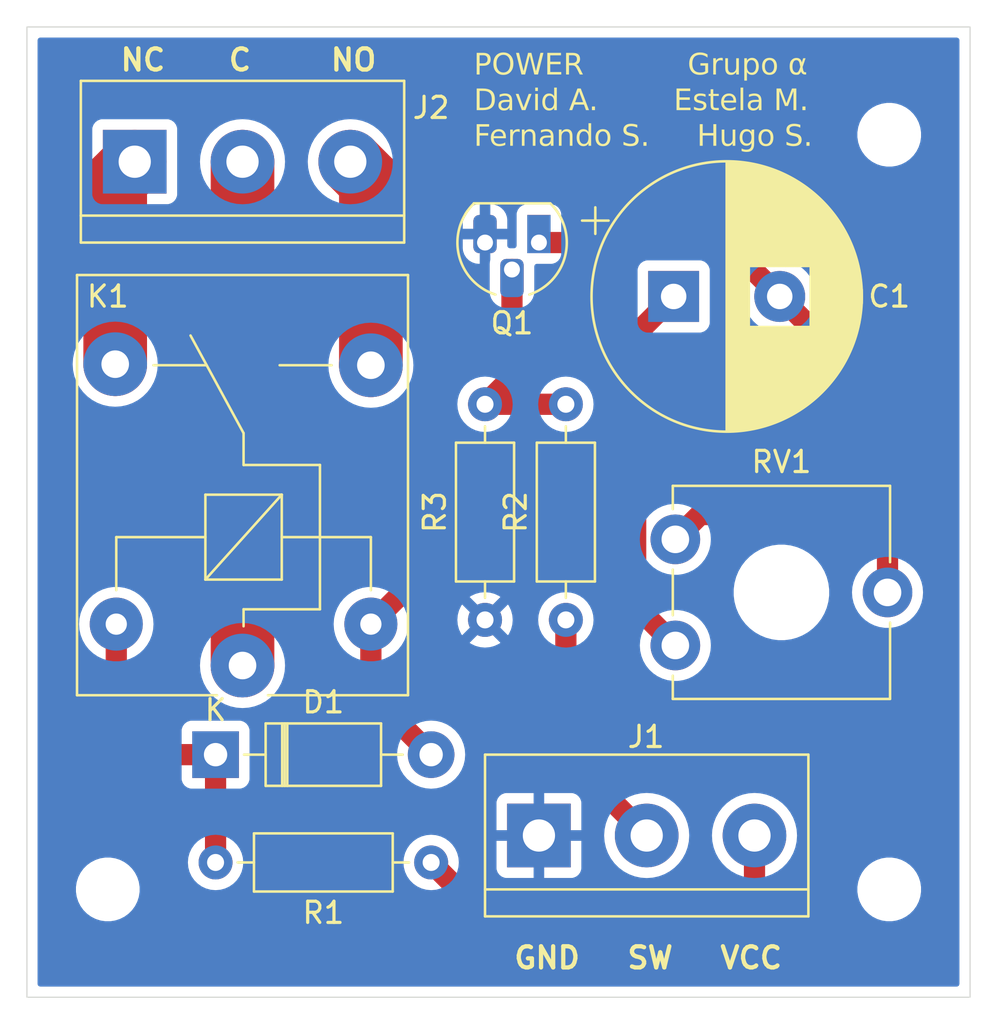
<source format=kicad_pcb>
(kicad_pcb (version 20240108) (generator "pcbnew") (generator_version "8.0")
  (layers (0 "F.Cu" signal) (31 "B.Cu" signal) (34 "B.Paste" user) (35 "F.Paste" user) (36 "B.SilkS" user "B.Silkscreen") (37 "F.SilkS" user "F.Silkscreen") (38 "B.Mask" user) (39 "F.Mask" user) (44 "Edge.Cuts" user))
  (net 0 "")
  (net 1 "Net-(Q1-C)")
  (net 2 "Net-(D1-A)")
  (net 3 "Net-(D1-K)")
  (net 4 "Net-(J2-Pin_2)")
  (net 5 "Net-(J2-Pin_3)")
  (net 6 "Net-(J2-Pin_1)")
  (net 7 "VDC")
  (net 8 "Net-(J1-Pin_2)")
  (net 9 "GND")
  (net 10 "Net-(Q1-B)")
  (footprint "Relay_THT:Relay_SPDT_SANYOU_SRD_Series_Form_C" (layer "F.Cu") (at 128.27 103.75 90)
    (property "Reference" "K1" (at 17.39 -6.35 180) (layer "F.SilkS"))
    (property "Value" "SANYOU_SRD_Form_C" (hide yes))
    (fp_line (start 18.4 -7.8) (end 18.4 7.8) (stroke (width 0.12)) (layer "F.SilkS"))
    (fp_line (start -1.4 -7.8) (end 18.4 -7.8) (stroke (width 0.12)) (layer "F.SilkS"))
    (fp_line (start -1.4 -7.8) (end -1.4 -1.2) (stroke (width 0.12)) (layer "F.SilkS"))
    (fp_line (start 6.05 -5.95) (end 3.55 -5.95) (stroke (width 0.12)) (layer "F.SilkS"))
    (fp_line (start 6.05 -5.95) (end 6.05 -1.75) (stroke (width 0.12)) (layer "F.SilkS"))
    (fp_line (start 14.15 -4.2) (end 14.15 -1.7) (stroke (width 0.12)) (layer "F.SilkS"))
    (fp_line (start 8.05 -1.75) (end 8.05 1.85) (stroke (width 0.12)) (layer "F.SilkS"))
    (fp_line (start 4.05 -1.75) (end 8.05 -1.75) (stroke (width 0.12)) (layer "F.SilkS"))
    (fp_line (start 10.95 0.05) (end 15.55 -2.45) (stroke (width 0.12)) (layer "F.SilkS"))
    (fp_line (start 9.45 0.05) (end 10.95 0.05) (stroke (width 0.12)) (layer "F.SilkS"))
    (fp_line (start 9.45 0.05) (end 9.45 3.65) (stroke (width 0.12)) (layer "F.SilkS"))
    (fp_line (start 2.65 0.05) (end 1.85 0.05) (stroke (width 0.12)) (layer "F.SilkS"))
    (fp_line (start 2.65 0.05) (end 2.65 3.65) (stroke (width 0.12)) (layer "F.SilkS"))
    (fp_line (start -1.4 1.2) (end -1.4 7.8) (stroke (width 0.12)) (layer "F.SilkS"))
    (fp_line (start 8.05 1.85) (end 4.05 -1.75) (stroke (width 0.12)) (layer "F.SilkS"))
    (fp_line (start 8.05 1.85) (end 4.05 1.85) (stroke (width 0.12)) (layer "F.SilkS"))
    (fp_line (start 6.05 1.85) (end 6.05 6.05) (stroke (width 0.12)) (layer "F.SilkS"))
    (fp_line (start 4.05 1.85) (end 4.05 -1.75) (stroke (width 0.12)) (layer "F.SilkS"))
    (fp_line (start 9.45 3.65) (end 2.65 3.65) (stroke (width 0.12)) (layer "F.SilkS"))
    (fp_line (start 14.15 4.2) (end 14.15 1.75) (stroke (width 0.12)) (layer "F.SilkS"))
    (fp_line (start 3.55 6.05) (end 6.05 6.05) (stroke (width 0.12)) (layer "F.SilkS"))
    (fp_line (start 18.4 7.8) (end -1.4 7.8) (stroke (width 0.12)) (layer "F.SilkS"))
    (pad "1" thru_hole circle (at 0 0 180) (size 3 3) (drill 1.3) (layers "*.Cu" "*.Mask") (net 4 "Net-(J2-Pin_2)"))
    (pad "2" thru_hole circle (at 1.95 6.05 180) (size 2.5 2.5) (drill 1) (layers "*.Cu" "*.Mask") (net 2 "Net-(D1-A)"))
    (pad "3" thru_hole circle (at 14.15 6.05 180) (size 3 3) (drill 1.3) (layers "*.Cu" "*.Mask") (net 5 "Net-(J2-Pin_3)"))
    (pad "4" thru_hole circle (at 14.2 -6 180) (size 3 3) (drill 1.3) (layers "*.Cu" "*.Mask") (net 6 "Net-(J2-Pin_1)"))
    (pad "5" thru_hole circle (at 1.95 -5.95 180) (size 2.5 2.5) (drill 1) (layers "*.Cu" "*.Mask") (net 3 "Net-(D1-K)"))
  )
  (footprint "Resistor_THT:R_Axial_DIN0207_L6.3mm_D2.5mm_P10.16mm_Horizontal" (layer "F.Cu") (at 139.7 101.6 90)
    (property "Reference" "R3" (at 5.08 -2.37 90) (layer "F.SilkS"))
    (property "Value" "R" (hide yes))
    (fp_line (start 8.35 -1.37) (end 1.81 -1.37) (stroke (width 0.12)) (layer "F.SilkS"))
    (fp_line (start 1.81 -1.37) (end 1.81 1.37) (stroke (width 0.12)) (layer "F.SilkS"))
    (fp_line (start 9.12 0) (end 8.35 0) (stroke (width 0.12)) (layer "F.SilkS"))
    (fp_line (start 1.04 0) (end 1.81 0) (stroke (width 0.12)) (layer "F.SilkS"))
    (fp_line (start 8.35 1.37) (end 8.35 -1.37) (stroke (width 0.12)) (layer "F.SilkS"))
    (fp_line (start 1.81 1.37) (end 8.35 1.37) (stroke (width 0.12)) (layer "F.SilkS"))
    (pad "1" thru_hole circle (at 0 0 90) (size 1.6 1.6) (drill 0.8) (layers "*.Cu" "*.Mask") (net 9 "GND"))
    (pad "2" thru_hole oval (at 10.16 0 90) (size 1.6 1.6) (drill 0.8) (layers "*.Cu" "*.Mask") (net 10 "Net-(Q1-B)"))
  )
  (footprint "Resistor_THT:R_Axial_DIN0207_L6.3mm_D2.5mm_P10.16mm_Horizontal" (layer "F.Cu") (at 143.51 101.6 90)
    (property "Reference" "R2" (at 5.08 -2.37 90) (layer "F.SilkS"))
    (property "Value" "R" (hide yes))
    (fp_line (start 8.35 -1.37) (end 1.81 -1.37) (stroke (width 0.12)) (layer "F.SilkS"))
    (fp_line (start 1.81 -1.37) (end 1.81 1.37) (stroke (width 0.12)) (layer "F.SilkS"))
    (fp_line (start 9.12 0) (end 8.35 0) (stroke (width 0.12)) (layer "F.SilkS"))
    (fp_line (start 1.04 0) (end 1.81 0) (stroke (width 0.12)) (layer "F.SilkS"))
    (fp_line (start 8.35 1.37) (end 8.35 -1.37) (stroke (width 0.12)) (layer "F.SilkS"))
    (fp_line (start 1.81 1.37) (end 8.35 1.37) (stroke (width 0.12)) (layer "F.SilkS"))
    (pad "1" thru_hole circle (at 0 0 90) (size 1.6 1.6) (drill 0.8) (layers "*.Cu" "*.Mask") (net 8 "Net-(J1-Pin_2)"))
    (pad "2" thru_hole oval (at 10.16 0 90) (size 1.6 1.6) (drill 0.8) (layers "*.Cu" "*.Mask") (net 10 "Net-(Q1-B)"))
  )
  (footprint "Capacitor_THT:CP_Radial_D12.5mm_P5.00mm" (layer "F.Cu") (at 148.59 86.36)
    (property "Reference" "C1" (at 10.16 0 0) (layer "F.SilkS"))
    (property "Value" "C" (hide yes))
    (fp_line (start -4.317082 -3.575) (end -3.067082 -3.575) (stroke (width 0.12)) (layer "F.SilkS"))
    (fp_line (start -3.692082 -4.2) (end -3.692082 -2.95) (stroke (width 0.12)) (layer "F.SilkS"))
    (fp_line (start 2.5 -6.33) (end 2.5 6.33) (stroke (width 0.12)) (layer "F.SilkS"))
    (fp_line (start 2.54 -6.33) (end 2.54 6.33) (stroke (width 0.12)) (layer "F.SilkS"))
    (fp_line (start 2.58 -6.33) (end 2.58 6.33) (stroke (width 0.12)) (layer "F.SilkS"))
    (fp_line (start 2.62 -6.329) (end 2.62 6.329) (stroke (width 0.12)) (layer "F.SilkS"))
    (fp_line (start 2.66 -6.328) (end 2.66 6.328) (stroke (width 0.12)) (layer "F.SilkS"))
    (fp_line (start 2.7 -6.327) (end 2.7 6.327) (stroke (width 0.12)) (layer "F.SilkS"))
    (fp_line (start 2.74 -6.326) (end 2.74 6.326) (stroke (width 0.12)) (layer "F.SilkS"))
    (fp_line (start 2.78 -6.324) (end 2.78 6.324) (stroke (width 0.12)) (layer "F.SilkS"))
    (fp_line (start 2.82 -6.322) (end 2.82 6.322) (stroke (width 0.12)) (layer "F.SilkS"))
    (fp_line (start 2.86 -6.32) (end 2.86 6.32) (stroke (width 0.12)) (layer "F.SilkS"))
    (fp_line (start 2.9 -6.318) (end 2.9 6.318) (stroke (width 0.12)) (layer "F.SilkS"))
    (fp_line (start 2.94 -6.315) (end 2.94 6.315) (stroke (width 0.12)) (layer "F.SilkS"))
    (fp_line (start 2.98 -6.312) (end 2.98 6.312) (stroke (width 0.12)) (layer "F.SilkS"))
    (fp_line (start 3.02 -6.309) (end 3.02 6.309) (stroke (width 0.12)) (layer "F.SilkS"))
    (fp_line (start 3.06 -6.306) (end 3.06 6.306) (stroke (width 0.12)) (layer "F.SilkS"))
    (fp_line (start 3.1 -6.302) (end 3.1 6.302) (stroke (width 0.12)) (layer "F.SilkS"))
    (fp_line (start 3.14 -6.298) (end 3.14 6.298) (stroke (width 0.12)) (layer "F.SilkS"))
    (fp_line (start 3.18 -6.294) (end 3.18 6.294) (stroke (width 0.12)) (layer "F.SilkS"))
    (fp_line (start 3.221 -6.29) (end 3.221 6.29) (stroke (width 0.12)) (layer "F.SilkS"))
    (fp_line (start 3.261 -6.285) (end 3.261 6.285) (stroke (width 0.12)) (layer "F.SilkS"))
    (fp_line (start 3.301 -6.28) (end 3.301 6.28) (stroke (width 0.12)) (layer "F.SilkS"))
    (fp_line (start 3.341 -6.275) (end 3.341 6.275) (stroke (width 0.12)) (layer "F.SilkS"))
    (fp_line (start 3.381 -6.269) (end 3.381 6.269) (stroke (width 0.12)) (layer "F.SilkS"))
    (fp_line (start 3.421 -6.264) (end 3.421 6.264) (stroke (width 0.12)) (layer "F.SilkS"))
    (fp_line (start 3.461 -6.258) (end 3.461 6.258) (stroke (width 0.12)) (layer "F.SilkS"))
    (fp_line (start 3.501 -6.252) (end 3.501 6.252) (stroke (width 0.12)) (layer "F.SilkS"))
    (fp_line (start 3.541 -6.245) (end 3.541 6.245) (stroke (width 0.12)) (layer "F.SilkS"))
    (fp_line (start 3.581 -6.238) (end 3.581 -1.44) (stroke (width 0.12)) (layer "F.SilkS"))
    (fp_line (start 3.581 1.44) (end 3.581 6.238) (stroke (width 0.12)) (layer "F.SilkS"))
    (fp_line (start 3.621 -6.231) (end 3.621 -1.44) (stroke (width 0.12)) (layer "F.SilkS"))
    (fp_line (start 3.621 1.44) (end 3.621 6.231) (stroke (width 0.12)) (layer "F.SilkS"))
    (fp_line (start 3.661 -6.224) (end 3.661 -1.44) (stroke (width 0.12)) (layer "F.SilkS"))
    (fp_line (start 3.661 1.44) (end 3.661 6.224) (stroke (width 0.12)) (layer "F.SilkS"))
    (fp_line (start 3.701 -6.216) (end 3.701 -1.44) (stroke (width 0.12)) (layer "F.SilkS"))
    (fp_line (start 3.701 1.44) (end 3.701 6.216) (stroke (width 0.12)) (layer "F.SilkS"))
    (fp_line (start 3.741 -6.209) (end 3.741 -1.44) (stroke (width 0.12)) (layer "F.SilkS"))
    (fp_line (start 3.741 1.44) (end 3.741 6.209) (stroke (width 0.12)) (layer "F.SilkS"))
    (fp_line (start 3.781 -6.201) (end 3.781 -1.44) (stroke (width 0.12)) (layer "F.SilkS"))
    (fp_line (start 3.781 1.44) (end 3.781 6.201) (stroke (width 0.12)) (layer "F.SilkS"))
    (fp_line (start 3.821 -6.192) (end 3.821 -1.44) (stroke (width 0.12)) (layer "F.SilkS"))
    (fp_line (start 3.821 1.44) (end 3.821 6.192) (stroke (width 0.12)) (layer "F.SilkS"))
    (fp_line (start 3.861 -6.184) (end 3.861 -1.44) (stroke (width 0.12)) (layer "F.SilkS"))
    (fp_line (start 3.861 1.44) (end 3.861 6.184) (stroke (width 0.12)) (layer "F.SilkS"))
    (fp_line (start 3.901 -6.175) (end 3.901 -1.44) (stroke (width 0.12)) (layer "F.SilkS"))
    (fp_line (start 3.901 1.44) (end 3.901 6.175) (stroke (width 0.12)) (layer "F.SilkS"))
    (fp_line (start 3.941 -6.166) (end 3.941 -1.44) (stroke (width 0.12)) (layer "F.SilkS"))
    (fp_line (start 3.941 1.44) (end 3.941 6.166) (stroke (width 0.12)) (layer "F.SilkS"))
    (fp_line (start 3.981 -6.156) (end 3.981 -1.44) (stroke (width 0.12)) (layer "F.SilkS"))
    (fp_line (start 3.981 1.44) (end 3.981 6.156) (stroke (width 0.12)) (layer "F.SilkS"))
    (fp_line (start 4.021 -6.146) (end 4.021 -1.44) (stroke (width 0.12)) (layer "F.SilkS"))
    (fp_line (start 4.021 1.44) (end 4.021 6.146) (stroke (width 0.12)) (layer "F.SilkS"))
    (fp_line (start 4.061 -6.137) (end 4.061 -1.44) (stroke (width 0.12)) (layer "F.SilkS"))
    (fp_line (start 4.061 1.44) (end 4.061 6.137) (stroke (width 0.12)) (layer "F.SilkS"))
    (fp_line (start 4.101 -6.126) (end 4.101 -1.44) (stroke (width 0.12)) (layer "F.SilkS"))
    (fp_line (start 4.101 1.44) (end 4.101 6.126) (stroke (width 0.12)) (layer "F.SilkS"))
    (fp_line (start 4.141 -6.116) (end 4.141 -1.44) (stroke (width 0.12)) (layer "F.SilkS"))
    (fp_line (start 4.141 1.44) (end 4.141 6.116) (stroke (width 0.12)) (layer "F.SilkS"))
    (fp_line (start 4.181 -6.105) (end 4.181 -1.44) (stroke (width 0.12)) (layer "F.SilkS"))
    (fp_line (start 4.181 1.44) (end 4.181 6.105) (stroke (width 0.12)) (layer "F.SilkS"))
    (fp_line (start 4.221 -6.094) (end 4.221 -1.44) (stroke (width 0.12)) (layer "F.SilkS"))
    (fp_line (start 4.221 1.44) (end 4.221 6.094) (stroke (width 0.12)) (layer "F.SilkS"))
    (fp_line (start 4.261 -6.083) (end 4.261 -1.44) (stroke (width 0.12)) (layer "F.SilkS"))
    (fp_line (start 4.261 1.44) (end 4.261 6.083) (stroke (width 0.12)) (layer "F.SilkS"))
    (fp_line (start 4.301 -6.071) (end 4.301 -1.44) (stroke (width 0.12)) (layer "F.SilkS"))
    (fp_line (start 4.301 1.44) (end 4.301 6.071) (stroke (width 0.12)) (layer "F.SilkS"))
    (fp_line (start 4.341 -6.059) (end 4.341 -1.44) (stroke (width 0.12)) (layer "F.SilkS"))
    (fp_line (start 4.341 1.44) (end 4.341 6.059) (stroke (width 0.12)) (layer "F.SilkS"))
    (fp_line (start 4.381 -6.047) (end 4.381 -1.44) (stroke (width 0.12)) (layer "F.SilkS"))
    (fp_line (start 4.381 1.44) (end 4.381 6.047) (stroke (width 0.12)) (layer "F.SilkS"))
    (fp_line (start 4.421 -6.034) (end 4.421 -1.44) (stroke (width 0.12)) (layer "F.SilkS"))
    (fp_line (start 4.421 1.44) (end 4.421 6.034) (stroke (width 0.12)) (layer "F.SilkS"))
    (fp_line (start 4.461 -6.021) (end 4.461 -1.44) (stroke (width 0.12)) (layer "F.SilkS"))
    (fp_line (start 4.461 1.44) (end 4.461 6.021) (stroke (width 0.12)) (layer "F.SilkS"))
    (fp_line (start 4.501 -6.008) (end 4.501 -1.44) (stroke (width 0.12)) (layer "F.SilkS"))
    (fp_line (start 4.501 1.44) (end 4.501 6.008) (stroke (width 0.12)) (layer "F.SilkS"))
    (fp_line (start 4.541 -5.995) (end 4.541 -1.44) (stroke (width 0.12)) (layer "F.SilkS"))
    (fp_line (start 4.541 1.44) (end 4.541 5.995) (stroke (width 0.12)) (layer "F.SilkS"))
    (fp_line (start 4.581 -5.981) (end 4.581 -1.44) (stroke (width 0.12)) (layer "F.SilkS"))
    (fp_line (start 4.581 1.44) (end 4.581 5.981) (stroke (width 0.12)) (layer "F.SilkS"))
    (fp_line (start 4.621 -5.967) (end 4.621 -1.44) (stroke (width 0.12)) (layer "F.SilkS"))
    (fp_line (start 4.621 1.44) (end 4.621 5.967) (stroke (width 0.12)) (layer "F.SilkS"))
    (fp_line (start 4.661 -5.953) (end 4.661 -1.44) (stroke (width 0.12)) (layer "F.SilkS"))
    (fp_line (start 4.661 1.44) (end 4.661 5.953) (stroke (width 0.12)) (layer "F.SilkS"))
    (fp_line (start 4.701 -5.939) (end 4.701 -1.44) (stroke (width 0.12)) (layer "F.SilkS"))
    (fp_line (start 4.701 1.44) (end 4.701 5.939) (stroke (width 0.12)) (layer "F.SilkS"))
    (fp_line (start 4.741 -5.924) (end 4.741 -1.44) (stroke (width 0.12)) (layer "F.SilkS"))
    (fp_line (start 4.741 1.44) (end 4.741 5.924) (stroke (width 0.12)) (layer "F.SilkS"))
    (fp_line (start 4.781 -5.908) (end 4.781 -1.44) (stroke (width 0.12)) (layer "F.SilkS"))
    (fp_line (start 4.781 1.44) (end 4.781 5.908) (stroke (width 0.12)) (layer "F.SilkS"))
    (fp_line (start 4.821 -5.893) (end 4.821 -1.44) (stroke (width 0.12)) (layer "F.SilkS"))
    (fp_line (start 4.821 1.44) (end 4.821 5.893) (stroke (width 0.12)) (layer "F.SilkS"))
    (fp_line (start 4.861 -5.877) (end 4.861 -1.44) (stroke (width 0.12)) (layer "F.SilkS"))
    (fp_line (start 4.861 1.44) (end 4.861 5.877) (stroke (width 0.12)) (layer "F.SilkS"))
    (fp_line (start 4.901 -5.861) (end 4.901 -1.44) (stroke (width 0.12)) (layer "F.SilkS"))
    (fp_line (start 4.901 1.44) (end 4.901 5.861) (stroke (width 0.12)) (layer "F.SilkS"))
    (fp_line (start 4.941 -5.845) (end 4.941 -1.44) (stroke (width 0.12)) (layer "F.SilkS"))
    (fp_line (start 4.941 1.44) (end 4.941 5.845) (stroke (width 0.12)) (layer "F.SilkS"))
    (fp_line (start 4.981 -5.828) (end 4.981 -1.44) (stroke (width 0.12)) (layer "F.SilkS"))
    (fp_line (start 4.981 1.44) (end 4.981 5.828) (stroke (width 0.12)) (layer "F.SilkS"))
    (fp_line (start 5.021 -5.811) (end 5.021 -1.44) (stroke (width 0.12)) (layer "F.SilkS"))
    (fp_line (start 5.021 1.44) (end 5.021 5.811) (stroke (width 0.12)) (layer "F.SilkS"))
    (fp_line (start 5.061 -5.793) (end 5.061 -1.44) (stroke (width 0.12)) (layer "F.SilkS"))
    (fp_line (start 5.061 1.44) (end 5.061 5.793) (stroke (width 0.12)) (layer "F.SilkS"))
    (fp_line (start 5.101 -5.776) (end 5.101 -1.44) (stroke (width 0.12)) (layer "F.SilkS"))
    (fp_line (start 5.101 1.44) (end 5.101 5.776) (stroke (width 0.12)) (layer "F.SilkS"))
    (fp_line (start 5.141 -5.758) (end 5.141 -1.44) (stroke (width 0.12)) (layer "F.SilkS"))
    (fp_line (start 5.141 1.44) (end 5.141 5.758) (stroke (width 0.12)) (layer "F.SilkS"))
    (fp_line (start 5.181 -5.739) (end 5.181 -1.44) (stroke (width 0.12)) (layer "F.SilkS"))
    (fp_line (start 5.181 1.44) (end 5.181 5.739) (stroke (width 0.12)) (layer "F.SilkS"))
    (fp_line (start 5.221 -5.721) (end 5.221 -1.44) (stroke (width 0.12)) (layer "F.SilkS"))
    (fp_line (start 5.221 1.44) (end 5.221 5.721) (stroke (width 0.12)) (layer "F.SilkS"))
    (fp_line (start 5.261 -5.702) (end 5.261 -1.44) (stroke (width 0.12)) (layer "F.SilkS"))
    (fp_line (start 5.261 1.44) (end 5.261 5.702) (stroke (width 0.12)) (layer "F.SilkS"))
    (fp_line (start 5.301 -5.682) (end 5.301 -1.44) (stroke (width 0.12)) (layer "F.SilkS"))
    (fp_line (start 5.301 1.44) (end 5.301 5.682) (stroke (width 0.12)) (layer "F.SilkS"))
    (fp_line (start 5.341 -5.662) (end 5.341 -1.44) (stroke (width 0.12)) (layer "F.SilkS"))
    (fp_line (start 5.341 1.44) (end 5.341 5.662) (stroke (width 0.12)) (layer "F.SilkS"))
    (fp_line (start 5.381 -5.642) (end 5.381 -1.44) (stroke (width 0.12)) (layer "F.SilkS"))
    (fp_line (start 5.381 1.44) (end 5.381 5.642) (stroke (width 0.12)) (layer "F.SilkS"))
    (fp_line (start 5.421 -5.622) (end 5.421 -1.44) (stroke (width 0.12)) (layer "F.SilkS"))
    (fp_line (start 5.421 1.44) (end 5.421 5.622) (stroke (width 0.12)) (layer "F.SilkS"))
    (fp_line (start 5.461 -5.601) (end 5.461 -1.44) (stroke (width 0.12)) (layer "F.SilkS"))
    (fp_line (start 5.461 1.44) (end 5.461 5.601) (stroke (width 0.12)) (layer "F.SilkS"))
    (fp_line (start 5.501 -5.58) (end 5.501 -1.44) (stroke (width 0.12)) (layer "F.SilkS"))
    (fp_line (start 5.501 1.44) (end 5.501 5.58) (stroke (width 0.12)) (layer "F.SilkS"))
    (fp_line (start 5.541 -5.558) (end 5.541 -1.44) (stroke (width 0.12)) (layer "F.SilkS"))
    (fp_line (start 5.541 1.44) (end 5.541 5.558) (stroke (width 0.12)) (layer "F.SilkS"))
    (fp_line (start 5.581 -5.536) (end 5.581 -1.44) (stroke (width 0.12)) (layer "F.SilkS"))
    (fp_line (start 5.581 1.44) (end 5.581 5.536) (stroke (width 0.12)) (layer "F.SilkS"))
    (fp_line (start 5.621 -5.514) (end 5.621 -1.44) (stroke (width 0.12)) (layer "F.SilkS"))
    (fp_line (start 5.621 1.44) (end 5.621 5.514) (stroke (width 0.12)) (layer "F.SilkS"))
    (fp_line (start 5.661 -5.491) (end 5.661 -1.44) (stroke (width 0.12)) (layer "F.SilkS"))
    (fp_line (start 5.661 1.44) (end 5.661 5.491) (stroke (width 0.12)) (layer "F.SilkS"))
    (fp_line (start 5.701 -5.468) (end 5.701 -1.44) (stroke (width 0.12)) (layer "F.SilkS"))
    (fp_line (start 5.701 1.44) (end 5.701 5.468) (stroke (width 0.12)) (layer "F.SilkS"))
    (fp_line (start 5.741 -5.445) (end 5.741 -1.44) (stroke (width 0.12)) (layer "F.SilkS"))
    (fp_line (start 5.741 1.44) (end 5.741 5.445) (stroke (width 0.12)) (layer "F.SilkS"))
    (fp_line (start 5.781 -5.421) (end 5.781 -1.44) (stroke (width 0.12)) (layer "F.SilkS"))
    (fp_line (start 5.781 1.44) (end 5.781 5.421) (stroke (width 0.12)) (layer "F.SilkS"))
    (fp_line (start 5.821 -5.397) (end 5.821 -1.44) (stroke (width 0.12)) (layer "F.SilkS"))
    (fp_line (start 5.821 1.44) (end 5.821 5.397) (stroke (width 0.12)) (layer "F.SilkS"))
    (fp_line (start 5.861 -5.372) (end 5.861 -1.44) (stroke (width 0.12)) (layer "F.SilkS"))
    (fp_line (start 5.861 1.44) (end 5.861 5.372) (stroke (width 0.12)) (layer "F.SilkS"))
    (fp_line (start 5.901 -5.347) (end 5.901 -1.44) (stroke (width 0.12)) (layer "F.SilkS"))
    (fp_line (start 5.901 1.44) (end 5.901 5.347) (stroke (width 0.12)) (layer "F.SilkS"))
    (fp_line (start 5.941 -5.322) (end 5.941 -1.44) (stroke (width 0.12)) (layer "F.SilkS"))
    (fp_line (start 5.941 1.44) (end 5.941 5.322) (stroke (width 0.12)) (layer "F.SilkS"))
    (fp_line (start 5.981 -5.296) (end 5.981 -1.44) (stroke (width 0.12)) (layer "F.SilkS"))
    (fp_line (start 5.981 1.44) (end 5.981 5.296) (stroke (width 0.12)) (layer "F.SilkS"))
    (fp_line (start 6.021 -5.27) (end 6.021 -1.44) (stroke (width 0.12)) (layer "F.SilkS"))
    (fp_line (start 6.021 1.44) (end 6.021 5.27) (stroke (width 0.12)) (layer "F.SilkS"))
    (fp_line (start 6.061 -5.243) (end 6.061 -1.44) (stroke (width 0.12)) (layer "F.SilkS"))
    (fp_line (start 6.061 1.44) (end 6.061 5.243) (stroke (width 0.12)) (layer "F.SilkS"))
    (fp_line (start 6.101 -5.216) (end 6.101 -1.44) (stroke (width 0.12)) (layer "F.SilkS"))
    (fp_line (start 6.101 1.44) (end 6.101 5.216) (stroke (width 0.12)) (layer "F.SilkS"))
    (fp_line (start 6.141 -5.188) (end 6.141 -1.44) (stroke (width 0.12)) (layer "F.SilkS"))
    (fp_line (start 6.141 1.44) (end 6.141 5.188) (stroke (width 0.12)) (layer "F.SilkS"))
    (fp_line (start 6.181 -5.16) (end 6.181 -1.44) (stroke (width 0.12)) (layer "F.SilkS"))
    (fp_line (start 6.181 1.44) (end 6.181 5.16) (stroke (width 0.12)) (layer "F.SilkS"))
    (fp_line (start 6.221 -5.131) (end 6.221 -1.44) (stroke (width 0.12)) (layer "F.SilkS"))
    (fp_line (start 6.221 1.44) (end 6.221 5.131) (stroke (width 0.12)) (layer "F.SilkS"))
    (fp_line (start 6.261 -5.102) (end 6.261 -1.44) (stroke (width 0.12)) (layer "F.SilkS"))
    (fp_line (start 6.261 1.44) (end 6.261 5.102) (stroke (width 0.12)) (layer "F.SilkS"))
    (fp_line (start 6.301 -5.073) (end 6.301 -1.44) (stroke (width 0.12)) (layer "F.SilkS"))
    (fp_line (start 6.301 1.44) (end 6.301 5.073) (stroke (width 0.12)) (layer "F.SilkS"))
    (fp_line (start 6.341 -5.043) (end 6.341 -1.44) (stroke (width 0.12)) (layer "F.SilkS"))
    (fp_line (start 6.341 1.44) (end 6.341 5.043) (stroke (width 0.12)) (layer "F.SilkS"))
    (fp_line (start 6.381 -5.012) (end 6.381 -1.44) (stroke (width 0.12)) (layer "F.SilkS"))
    (fp_line (start 6.381 1.44) (end 6.381 5.012) (stroke (width 0.12)) (layer "F.SilkS"))
    (fp_line (start 6.421 -4.982) (end 6.421 -1.44) (stroke (width 0.12)) (layer "F.SilkS"))
    (fp_line (start 6.421 1.44) (end 6.421 4.982) (stroke (width 0.12)) (layer "F.SilkS"))
    (fp_line (start 6.461 -4.95) (end 6.461 4.95) (stroke (width 0.12)) (layer "F.SilkS"))
    (fp_line (start 6.501 -4.918) (end 6.501 4.918) (stroke (width 0.12)) (layer "F.SilkS"))
    (fp_line (start 6.541 -4.885) (end 6.541 4.885) (stroke (width 0.12)) (layer "F.SilkS"))
    (fp_line (start 6.581 -4.852) (end 6.581 4.852) (stroke (width 0.12)) (layer "F.SilkS"))
    (fp_line (start 6.621 -4.819) (end 6.621 4.819) (stroke (width 0.12)) (layer "F.SilkS"))
    (fp_line (start 6.661 -4.785) (end 6.661 4.785) (stroke (width 0.12)) (layer "F.SilkS"))
    (fp_line (start 6.701 -4.75) (end 6.701 4.75) (stroke (width 0.12)) (layer "F.SilkS"))
    (fp_line (start 6.741 -4.714) (end 6.741 4.714) (stroke (width 0.12)) (layer "F.SilkS"))
    (fp_line (start 6.781 -4.678) (end 6.781 4.678) (stroke (width 0.12)) (layer "F.SilkS"))
    (fp_line (start 6.821 -4.642) (end 6.821 4.642) (stroke (width 0.12)) (layer "F.SilkS"))
    (fp_line (start 6.861 -4.605) (end 6.861 4.605) (stroke (width 0.12)) (layer "F.SilkS"))
    (fp_line (start 6.901 -4.567) (end 6.901 4.567) (stroke (width 0.12)) (layer "F.SilkS"))
    (fp_line (start 6.941 -4.528) (end 6.941 4.528) (stroke (width 0.12)) (layer "F.SilkS"))
    (fp_line (start 6.981 -4.489) (end 6.981 4.489) (stroke (width 0.12)) (layer "F.SilkS"))
    (fp_line (start 7.021 -4.449) (end 7.021 4.449) (stroke (width 0.12)) (layer "F.SilkS"))
    (fp_line (start 7.061 -4.408) (end 7.061 4.408) (stroke (width 0.12)) (layer "F.SilkS"))
    (fp_line (start 7.101 -4.367) (end 7.101 4.367) (stroke (width 0.12)) (layer "F.SilkS"))
    (fp_line (start 7.141 -4.325) (end 7.141 4.325) (stroke (width 0.12)) (layer "F.SilkS"))
    (fp_line (start 7.181 -4.282) (end 7.181 4.282) (stroke (width 0.12)) (layer "F.SilkS"))
    (fp_line (start 7.221 -4.238) (end 7.221 4.238) (stroke (width 0.12)) (layer "F.SilkS"))
    (fp_line (start 7.261 -4.194) (end 7.261 4.194) (stroke (width 0.12)) (layer "F.SilkS"))
    (fp_line (start 7.301 -4.148) (end 7.301 4.148) (stroke (width 0.12)) (layer "F.SilkS"))
    (fp_line (start 7.341 -4.102) (end 7.341 4.102) (stroke (width 0.12)) (layer "F.SilkS"))
    (fp_line (start 7.381 -4.055) (end 7.381 4.055) (stroke (width 0.12)) (layer "F.SilkS"))
    (fp_line (start 7.421 -4.007) (end 7.421 4.007) (stroke (width 0.12)) (layer "F.SilkS"))
    (fp_line (start 7.461 -3.957) (end 7.461 3.957) (stroke (width 0.12)) (layer "F.SilkS"))
    (fp_line (start 7.501 -3.907) (end 7.501 3.907) (stroke (width 0.12)) (layer "F.SilkS"))
    (fp_line (start 7.541 -3.856) (end 7.541 3.856) (stroke (width 0.12)) (layer "F.SilkS"))
    (fp_line (start 7.581 -3.804) (end 7.581 3.804) (stroke (width 0.12)) (layer "F.SilkS"))
    (fp_line (start 7.621 -3.75) (end 7.621 3.75) (stroke (width 0.12)) (layer "F.SilkS"))
    (fp_line (start 7.661 -3.696) (end 7.661 3.696) (stroke (width 0.12)) (layer "F.SilkS"))
    (fp_line (start 7.701 -3.64) (end 7.701 3.64) (stroke (width 0.12)) (layer "F.SilkS"))
    (fp_line (start 7.741 -3.583) (end 7.741 3.583) (stroke (width 0.12)) (layer "F.SilkS"))
    (fp_line (start 7.781 -3.524) (end 7.781 3.524) (stroke (width 0.12)) (layer "F.SilkS"))
    (fp_line (start 7.821 -3.464) (end 7.821 3.464) (stroke (width 0.12)) (layer "F.SilkS"))
    (fp_line (start 7.861 -3.402) (end 7.861 3.402) (stroke (width 0.12)) (layer "F.SilkS"))
    (fp_line (start 7.901 -3.339) (end 7.901 3.339) (stroke (width 0.12)) (layer "F.SilkS"))
    (fp_line (start 7.941 -3.275) (end 7.941 3.275) (stroke (width 0.12)) (layer "F.SilkS"))
    (fp_line (start 7.981 -3.208) (end 7.981 3.208) (stroke (width 0.12)) (layer "F.SilkS"))
    (fp_line (start 8.021 -3.14) (end 8.021 3.14) (stroke (width 0.12)) (layer "F.SilkS"))
    (fp_line (start 8.061 -3.069) (end 8.061 3.069) (stroke (width 0.12)) (layer "F.SilkS"))
    (fp_line (start 8.101 -2.996) (end 8.101 2.996) (stroke (width 0.12)) (layer "F.SilkS"))
    (fp_line (start 8.141 -2.921) (end 8.141 2.921) (stroke (width 0.12)) (layer "F.SilkS"))
    (fp_line (start 8.181 -2.844) (end 8.181 2.844) (stroke (width 0.12)) (layer "F.SilkS"))
    (fp_line (start 8.221 -2.764) (end 8.221 2.764) (stroke (width 0.12)) (layer "F.SilkS"))
    (fp_line (start 8.261 -2.681) (end 8.261 2.681) (stroke (width 0.12)) (layer "F.SilkS"))
    (fp_line (start 8.301 -2.594) (end 8.301 2.594) (stroke (width 0.12)) (layer "F.SilkS"))
    (fp_line (start 8.341 -2.504) (end 8.341 2.504) (stroke (width 0.12)) (layer "F.SilkS"))
    (fp_line (start 8.381 -2.41) (end 8.381 2.41) (stroke (width 0.12)) (layer "F.SilkS"))
    (fp_line (start 8.421 -2.312) (end 8.421 2.312) (stroke (width 0.12)) (layer "F.SilkS"))
    (fp_line (start 8.461 -2.209) (end 8.461 2.209) (stroke (width 0.12)) (layer "F.SilkS"))
    (fp_line (start 8.501 -2.1) (end 8.501 2.1) (stroke (width 0.12)) (layer "F.SilkS"))
    (fp_line (start 8.541 -1.984) (end 8.541 1.984) (stroke (width 0.12)) (layer "F.SilkS"))
    (fp_line (start 8.581 -1.861) (end 8.581 1.861) (stroke (width 0.12)) (layer "F.SilkS"))
    (fp_line (start 8.621 -1.728) (end 8.621 1.728) (stroke (width 0.12)) (layer "F.SilkS"))
    (fp_line (start 8.661 -1.583) (end 8.661 1.583) (stroke (width 0.12)) (layer "F.SilkS"))
    (fp_line (start 8.701 -1.422) (end 8.701 1.422) (stroke (width 0.12)) (layer "F.SilkS"))
    (fp_line (start 8.741 -1.241) (end 8.741 1.241) (stroke (width 0.12)) (layer "F.SilkS"))
    (fp_line (start 8.781 -1.028) (end 8.781 1.028) (stroke (width 0.12)) (layer "F.SilkS"))
    (fp_line (start 8.821 -0.757) (end 8.821 0.757) (stroke (width 0.12)) (layer "F.SilkS"))
    (fp_line (start 8.861 -0.317) (end 8.861 0.317) (stroke (width 0.12)) (layer "F.SilkS"))
    (fp_circle (center 2.5 0) (end 8.87 0) (stroke (width 0.12)) (fill none) (layer "F.SilkS"))
    (pad "1" thru_hole rect (at 0 0) (size 2.4 2.4) (drill 1.2) (layers "*.Cu" "*.Mask") (net 2 "Net-(D1-A)"))
    (pad "2" thru_hole circle (at 5 0) (size 2.4 2.4) (drill 1.2) (layers "*.Cu" "*.Mask") (net 1 "Net-(Q1-C)"))
  )
  (footprint "MountingHole:MountingHole_2.5mm" (layer "F.Cu") (at 158.75 114.3)
    (property "Reference" "REF**" (hide yes))
    (property "Value" "MountingHole_2.5mm" (hide yes))
    (pad "" np_thru_hole circle (at 0 0) (size 2.5 2.5) (drill 2.5) (layers "*.Cu" "*.Mask"))
  )
  (footprint "Resistor_THT:R_Axial_DIN0207_L6.3mm_D2.5mm_P10.16mm_Horizontal" (layer "F.Cu") (at 137.16 113.03 180)
    (property "Reference" "R1" (at 5.08 -2.37 0) (layer "F.SilkS"))
    (property "Value" "R" (hide yes))
    (fp_line (start 9.12 0) (end 8.35 0) (stroke (width 0.12)) (layer "F.SilkS"))
    (fp_line (start 8.35 1.37) (end 8.35 -1.37) (stroke (width 0.12)) (layer "F.SilkS"))
    (fp_line (start 8.35 -1.37) (end 1.81 -1.37) (stroke (width 0.12)) (layer "F.SilkS"))
    (fp_line (start 1.81 1.37) (end 8.35 1.37) (stroke (width 0.12)) (layer "F.SilkS"))
    (fp_line (start 1.81 -1.37) (end 1.81 1.37) (stroke (width 0.12)) (layer "F.SilkS"))
    (fp_line (start 1.04 0) (end 1.81 0) (stroke (width 0.12)) (layer "F.SilkS"))
    (pad "1" thru_hole circle (at 0 0 180) (size 1.6 1.6) (drill 0.8) (layers "*.Cu" "*.Mask") (net 7 "VDC"))
    (pad "2" thru_hole oval (at 10.16 0 180) (size 1.6 1.6) (drill 0.8) (layers "*.Cu" "*.Mask") (net 3 "Net-(D1-K)"))
  )
  (footprint "TerminalBlock:TerminalBlock_bornier-3_P5.08mm" (layer "F.Cu") (at 123.19 80.01)
    (property "Reference" "J2" (at 13.97 -2.54 0) (layer "F.SilkS"))
    (property "Value" "Screw_Terminal_01x03" (hide yes))
    (fp_line (start -2.54 -3.81) (end 12.7 -3.81) (stroke (width 0.12)) (layer "F.SilkS"))
    (fp_line (start -2.54 2.54) (end 12.7 2.54) (stroke (width 0.12)) (layer "F.SilkS"))
    (fp_line (start -2.54 3.81) (end -2.54 -3.81) (stroke (width 0.12)) (layer "F.SilkS"))
    (fp_line (start -2.54 3.81) (end 12.7 3.81) (stroke (width 0.12)) (layer "F.SilkS"))
    (fp_line (start 12.7 3.81) (end 12.7 -3.81) (stroke (width 0.12)) (layer "F.SilkS"))
    (pad "1" thru_hole rect (at 0 0) (size 3 3) (drill 1.52) (layers "*.Cu" "*.Mask") (net 6 "Net-(J2-Pin_1)"))
    (pad "2" thru_hole circle (at 5.08 0) (size 3 3) (drill 1.52) (layers "*.Cu" "*.Mask") (net 4 "Net-(J2-Pin_2)"))
    (pad "3" thru_hole circle (at 10.16 0) (size 3 3) (drill 1.52) (layers "*.Cu" "*.Mask") (net 5 "Net-(J2-Pin_3)"))
  )
  (footprint "TerminalBlock:TerminalBlock_bornier-3_P5.08mm" (layer "F.Cu") (at 142.24 111.76)
    (property "Reference" "J1" (at 5.05 -4.65 0) (layer "F.SilkS"))
    (property "Value" "Screw_Terminal_01x03" (hide yes))
    (fp_line (start -2.54 -3.81) (end 12.7 -3.81) (stroke (width 0.12)) (layer "F.SilkS"))
    (fp_line (start -2.54 2.54) (end 12.7 2.54) (stroke (width 0.12)) (layer "F.SilkS"))
    (fp_line (start -2.54 3.81) (end -2.54 -3.81) (stroke (width 0.12)) (layer "F.SilkS"))
    (fp_line (start -2.54 3.81) (end 12.7 3.81) (stroke (width 0.12)) (layer "F.SilkS"))
    (fp_line (start 12.7 3.81) (end 12.7 -3.81) (stroke (width 0.12)) (layer "F.SilkS"))
    (pad "1" thru_hole rect (at 0 0) (size 3 3) (drill 1.52) (layers "*.Cu" "*.Mask") (net 9 "GND"))
    (pad "2" thru_hole circle (at 5.08 0) (size 3 3) (drill 1.52) (layers "*.Cu" "*.Mask") (net 8 "Net-(J1-Pin_2)"))
    (pad "3" thru_hole circle (at 10.16 0) (size 3 3) (drill 1.52) (layers "*.Cu" "*.Mask") (net 7 "VDC"))
  )
  (footprint "MountingHole:MountingHole_2.5mm" (layer "F.Cu") (at 158.75 78.74)
    (property "Reference" "REF**" (hide yes))
    (property "Value" "MountingHole_2.5mm" (hide yes))
    (pad "" np_thru_hole circle (at 0 0) (size 2.5 2.5) (drill 2.5) (layers "*.Cu" "*.Mask"))
  )
  (footprint "Potentiometer_THT:Potentiometer_ACP_CA9-V10_Vertical_Hole" (layer "F.Cu") (at 148.67 102.805)
    (property "Reference" "RV1" (at 5 -8.65 0) (layer "F.SilkS"))
    (property "Value" "R_Potentiometer" (hide yes))
    (fp_line (start -0.12 -7.521) (end -0.12 -6.426) (stroke (width 0.12)) (layer "F.SilkS"))
    (fp_line (start -0.12 -7.521) (end 10.12 -7.521) (stroke (width 0.12)) (layer "F.SilkS"))
    (fp_line (start -0.12 -3.574) (end -0.12 -1.425) (stroke (width 0.12)) (layer "F.SilkS"))
    (fp_line (start -0.12 1.425) (end -0.12 2.52) (stroke (width 0.12)) (layer "F.SilkS"))
    (fp_line (start -0.12 2.52) (end 10.12 2.52) (stroke (width 0.12)) (layer "F.SilkS"))
    (fp_line (start 10.12 -7.521) (end 10.12 -3.925) (stroke (width 0.12)) (layer "F.SilkS"))
    (fp_line (start 10.12 -1.075) (end 10.12 2.52) (stroke (width 0.12)) (layer "F.SilkS"))
    (pad "" np_thru_hole circle (at 5 -2.5) (size 4 4) (drill 4) (layers "*.Cu" "*.Mask"))
    (pad "1" thru_hole circle (at 0 0) (size 2.34 2.34) (drill 1.3) (layers "*.Cu" "*.Mask") (net 2 "Net-(D1-A)"))
    (pad "2" thru_hole circle (at 10 -2.5) (size 2.34 2.34) (drill 1.3) (layers "*.Cu" "*.Mask") (net 1 "Net-(Q1-C)"))
    (pad "3" thru_hole circle (at 0 -5) (size 2.34 2.34) (drill 1.3) (layers "*.Cu" "*.Mask") (net 1 "Net-(Q1-C)"))
  )
  (footprint "Package_TO_SOT_THT:TO-92L_HandSolder" (layer "F.Cu") (at 142.24 83.82 180)
    (property "Reference" "Q1" (at 1.27 -3.8 0) (layer "F.SilkS"))
    (property "Value" "2N2222" (hide yes))
    (fp_line (start -0.53 1.85) (end 3.07 1.85) (stroke (width 0.12)) (layer "F.SilkS"))
    (fp_arc (start 2.05 -2.45) (mid 3.769931 -0.601036) (end 3.078445 1.827684) (stroke (width 0.12)) (layer "F.SilkS"))
    (fp_arc (start -0.541453 1.842156) (mid -1.247298 -0.581475) (end 0.45 -2.45) (stroke (width 0.12)) (layer "F.SilkS"))
    (pad "1" thru_hole rect (at 0 0 180) (size 1.1 1.8) (drill 0.75 (offset 0 0.4)) (layers "*.Cu" "*.Mask") (net 1 "Net-(Q1-C)"))
    (pad "2" thru_hole roundrect (at 1.27 -1.27 180) (size 1.1 1.8) (drill 0.75 (offset 0 -0.4)) (layers "*.Cu" "*.Mask") (net 10 "Net-(Q1-B)"))
    (pad "3" thru_hole roundrect (at 2.54 0 180) (size 1.1 1.8) (drill 0.75 (offset 0 0.4)) (layers "*.Cu" "*.Mask") (net 9 "GND"))
  )
  (footprint "Diode_THT:D_DO-41_SOD81_P10.16mm_Horizontal" (layer "F.Cu") (at 127 107.95)
    (property "Reference" "D1" (at 5.08 -2.47 0) (layer "F.SilkS"))
    (property "Value" "1N4007" (hide yes))
    (fp_line (start 1.34 0) (end 2.36 0) (stroke (width 0.12)) (layer "F.SilkS"))
    (fp_line (start 2.36 -1.47) (end 2.36 1.47) (stroke (width 0.12)) (layer "F.SilkS"))
    (fp_line (start 2.36 1.47) (end 7.8 1.47) (stroke (width 0.12)) (layer "F.SilkS"))
    (fp_line (start 3.14 -1.47) (end 3.14 1.47) (stroke (width 0.12)) (layer "F.SilkS"))
    (fp_line (start 3.26 -1.47) (end 3.26 1.47) (stroke (width 0.12)) (layer "F.SilkS"))
    (fp_line (start 3.38 -1.47) (end 3.38 1.47) (stroke (width 0.12)) (layer "F.SilkS"))
    (fp_line (start 7.8 -1.47) (end 2.36 -1.47) (stroke (width 0.12)) (layer "F.SilkS"))
    (fp_line (start 7.8 1.47) (end 7.8 -1.47) (stroke (width 0.12)) (layer "F.SilkS"))
    (fp_line (start 8.82 0) (end 7.8 0) (stroke (width 0.12)) (layer "F.SilkS"))
    (fp_text user "K" (at 0 -2.1 0) (layer "F.SilkS"))
    (pad "1" thru_hole rect (at 0 0) (size 2.2 2.2) (drill 1.1) (layers "*.Cu" "*.Mask") (net 3 "Net-(D1-K)"))
    (pad "2" thru_hole oval (at 10.16 0) (size 2.2 2.2) (drill 1.1) (layers "*.Cu" "*.Mask") (net 2 "Net-(D1-A)"))
  )
  (footprint "MountingHole:MountingHole_2.5mm" (layer "F.Cu") (at 121.92 114.3)
    (property "Reference" "REF**" (hide yes))
    (property "Value" "MountingHole_2.5mm" (hide yes))
    (pad "" np_thru_hole circle (at 0 0) (size 2.5 2.5) (drill 2.5) (layers "*.Cu" "*.Mask"))
  )
  (gr_rect (start 118.11 73.66) (end 162.56 119.38) (stroke (width 0.05)) (fill none) (layer "Edge.Cuts"))
  (gr_text "POWER           Grupo α\nDavid A.        Estela M.\nFernando S.     Hugo S." (at 139.17 79.43 0) (layer "F.SilkS") (effects (font (size 1 1) (thickness 0.1)) (justify left bottom)))
  (gr_text "GND   SW   VCC" (at 140.97 118.11 0) (layer "F.SilkS") (effects (font (size 1 1) (thickness 0.2) (bold yes)) (justify left bottom)))
  (gr_text "NC    C     NO" (at 122.42 75.8 0) (layer "F.SilkS") (effects (font (size 1 1) (thickness 0.2) (bold yes)) (justify left bottom)))
  (segment (start 157.284999 96.635001) (end 158.67 95.25) (width 1) (layer "F.Cu") (net 1))
  (segment (start 148.67 97.805) (end 149.839999 96.635001) (width 1) (layer "F.Cu") (net 1))
  (segment (start 153.59 86.36) (end 158.67 91.44) (width 1) (layer "F.Cu") (net 1))
  (segment (start 158.67 91.44) (end 158.67 95.25) (width 1) (layer "F.Cu") (net 1))
  (segment (start 149.839999 96.635001) (end 157.284999 96.635001) (width 1) (layer "F.Cu") (net 1))
  (segment (start 158.67 95.25) (end 158.67 100.305) (width 1) (layer "F.Cu") (net 1))
  (segment (start 153.59 86.36) (end 151.05 83.82) (width 1) (layer "F.Cu") (net 1))
  (segment (start 151.05 83.82) (end 142.24 83.82) (width 1) (layer "F.Cu") (net 1))
  (segment (start 134.32 101.8) (end 134.32 105.11) (width 1) (layer "F.Cu") (net 2))
  (segment (start 148.67 102.805) (end 146.8 100.935) (width 1) (layer "F.Cu") (net 2))
  (segment (start 139.6 96.52) (end 144.26 96.52) (width 1) (layer "F.Cu") (net 2))
  (segment (start 146.8 93.98) (end 146.8 88.15) (width 1) (layer "F.Cu") (net 2))
  (segment (start 146.8 88.15) (end 148.59 86.36) (width 1) (layer "F.Cu") (net 2))
  (segment (start 146.8 100.935) (end 146.8 93.98) (width 1) (layer "F.Cu") (net 2))
  (segment (start 134.32 101.8) (end 139.6 96.52) (width 1) (layer "F.Cu") (net 2))
  (segment (start 144.26 96.52) (end 146.8 93.98) (width 1) (layer "F.Cu") (net 2))
  (segment (start 134.32 105.11) (end 137.16 107.95) (width 1) (layer "F.Cu") (net 2))
  (segment (start 127 113.03) (end 127 107.95) (width 1) (layer "F.Cu") (net 3))
  (segment (start 122.32 101.8) (end 122.32 105.81) (width 1) (layer "F.Cu") (net 3))
  (segment (start 124.46 107.95) (end 127 107.95) (width 1) (layer "F.Cu") (net 3))
  (segment (start 122.32 105.81) (end 124.46 107.95) (width 1) (layer "F.Cu") (net 3))
  (segment (start 128.27 80.01) (end 128.27 103.75) (width 3) (layer "F.Cu") (net 4))
  (segment (start 134.32 80.98) (end 133.35 80.01) (width 3) (layer "F.Cu") (net 5))
  (segment (start 134.32 89.6) (end 134.32 80.98) (width 3) (layer "F.Cu") (net 5))
  (segment (start 122.27 89.55) (end 122.27 80.93) (width 3) (layer "F.Cu") (net 6))
  (segment (start 122.27 80.93) (end 123.19 80.01) (width 3) (layer "F.Cu") (net 6))
  (segment (start 152.4 114.3) (end 152.4 111.76) (width 1) (layer "F.Cu") (net 7))
  (segment (start 139.7 115.57) (end 151.13 115.57) (width 1) (layer "F.Cu") (net 7))
  (segment (start 137.16 113.03) (end 139.7 115.57) (width 1) (layer "F.Cu") (net 7))
  (segment (start 151.13 115.57) (end 152.4 114.3) (width 1) (layer "F.Cu") (net 7))
  (segment (start 143.51 107.95) (end 143.51 101.6) (width 1) (layer "F.Cu") (net 8))
  (segment (start 147.32 111.76) (end 143.51 107.95) (width 1) (layer "F.Cu") (net 8))
  (segment (start 140.97 90.17) (end 139.7 91.44) (width 1) (layer "F.Cu") (net 10))
  (segment (start 140.97 85.09) (end 140.97 90.17) (width 1) (layer "F.Cu") (net 10))
  (segment (start 139.7 91.44) (end 143.51 91.44) (width 1) (layer "F.Cu") (net 10))
  (zone (net 9) (net_name "GND") (layer "B.Cu") (connect_pads (clearance 0.5)) (min_thickness 0.25) (fill yes (thermal_gap 0.5) (thermal_bridge_width 0.5))
    (polygon (pts (xy 116.84 72.39) (xy 163.83 72.39) (xy 163.83 120.65) (xy 116.84 120.65)))
  )
)
</source>
